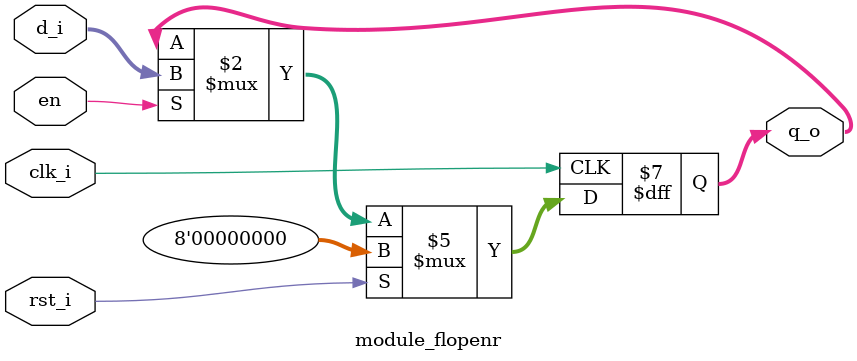
<source format=sv>
module module_flopenr #(parameter WIDTH = 8)(
    
    input   logic                       clk_i,
    input   logic                       rst_i,
    input   logic                       en,
    input   logic   [WIDTH - 1 : 0]     d_i,
    output  logic   [WIDTH - 1 : 0]     q_o
                 
    );
    
    always_ff @(posedge clk_i) begin 
        
        if(rst_i)   q_o <= 0;
        else if(en) q_o <= d_i;
        
    end
    
endmodule          
</source>
